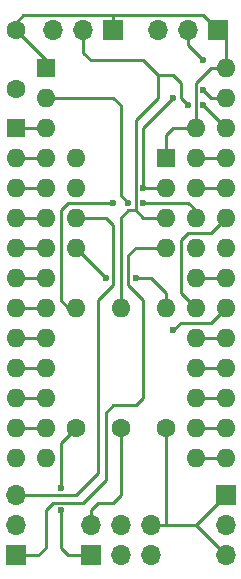
<source format=gtl>
G04 #@! TF.FileFunction,Copper,L1,Top,Signal*
%FSLAX46Y46*%
G04 Gerber Fmt 4.6, Leading zero omitted, Abs format (unit mm)*
G04 Created by KiCad (PCBNEW 4.0.7) date 06/17/19 21:45:38*
%MOMM*%
%LPD*%
G01*
G04 APERTURE LIST*
%ADD10C,0.100000*%
%ADD11R,1.700000X1.700000*%
%ADD12O,1.700000X1.700000*%
%ADD13C,1.600000*%
%ADD14O,1.600000X1.600000*%
%ADD15R,1.600000X1.600000*%
%ADD16C,0.600000*%
%ADD17C,0.250000*%
G04 APERTURE END LIST*
D10*
D11*
X78105000Y-65405000D03*
D12*
X75565000Y-65405000D03*
X73025000Y-65405000D03*
D11*
X86995000Y-65405000D03*
D12*
X84455000Y-65405000D03*
X81915000Y-65405000D03*
D13*
X74930000Y-99060000D03*
D14*
X74930000Y-88900000D03*
D13*
X78740000Y-99060000D03*
D14*
X78740000Y-88900000D03*
D13*
X69850000Y-65405000D03*
X69850000Y-70405000D03*
D11*
X76200000Y-109855000D03*
D12*
X76200000Y-107315000D03*
X78740000Y-109855000D03*
X78740000Y-107315000D03*
X81280000Y-109855000D03*
X81280000Y-107315000D03*
D13*
X82550000Y-99060000D03*
D14*
X82550000Y-88900000D03*
D15*
X82550000Y-76200000D03*
D14*
X74930000Y-83820000D03*
X82550000Y-78740000D03*
X74930000Y-81280000D03*
X82550000Y-81280000D03*
X74930000Y-78740000D03*
X82550000Y-83820000D03*
X74930000Y-76200000D03*
D15*
X69850000Y-73660000D03*
D14*
X85090000Y-101600000D03*
X69850000Y-76200000D03*
X85090000Y-99060000D03*
X69850000Y-78740000D03*
X85090000Y-96520000D03*
X69850000Y-81280000D03*
X85090000Y-93980000D03*
X69850000Y-83820000D03*
X85090000Y-91440000D03*
X69850000Y-86360000D03*
X85090000Y-88900000D03*
X69850000Y-88900000D03*
X85090000Y-86360000D03*
X69850000Y-91440000D03*
X85090000Y-83820000D03*
X69850000Y-93980000D03*
X85090000Y-81280000D03*
X69850000Y-96520000D03*
X85090000Y-78740000D03*
X69850000Y-99060000D03*
X85090000Y-76200000D03*
X69850000Y-101600000D03*
X85090000Y-73660000D03*
D15*
X72390000Y-68580000D03*
D14*
X87630000Y-101600000D03*
X72390000Y-71120000D03*
X87630000Y-99060000D03*
X72390000Y-73660000D03*
X87630000Y-96520000D03*
X72390000Y-76200000D03*
X87630000Y-93980000D03*
X72390000Y-78740000D03*
X87630000Y-91440000D03*
X72390000Y-81280000D03*
X87630000Y-88900000D03*
X72390000Y-83820000D03*
X87630000Y-86360000D03*
X72390000Y-86360000D03*
X87630000Y-83820000D03*
X72390000Y-88900000D03*
X87630000Y-81280000D03*
X72390000Y-91440000D03*
X87630000Y-78740000D03*
X72390000Y-93980000D03*
X87630000Y-76200000D03*
X72390000Y-96520000D03*
X87630000Y-73660000D03*
X72390000Y-99060000D03*
X87630000Y-71120000D03*
X72390000Y-101600000D03*
X87630000Y-68580000D03*
D11*
X87630000Y-104775000D03*
D12*
X87630000Y-107315000D03*
X87630000Y-109855000D03*
D11*
X69850000Y-109855000D03*
D12*
X69850000Y-107315000D03*
X69850000Y-104775000D03*
D16*
X83185000Y-90805000D03*
X85725000Y-71755000D03*
X84455000Y-71755000D03*
X83185000Y-71120000D03*
X80645000Y-78740000D03*
X78105000Y-80010000D03*
X85725000Y-67945000D03*
X85725000Y-70485000D03*
X79375000Y-80010000D03*
X80645000Y-80010000D03*
X73660000Y-106045000D03*
X73660000Y-104140000D03*
X77470000Y-86360000D03*
X80010000Y-86360000D03*
D17*
X87630000Y-88900000D02*
X86360000Y-90170000D01*
X86360000Y-90170000D02*
X83820000Y-90170000D01*
X83820000Y-90170000D02*
X83185000Y-90805000D01*
X78105000Y-65405000D02*
X78105000Y-64135000D01*
X85090000Y-69850000D02*
X86360000Y-68580000D01*
X80645000Y-64135000D02*
X85725000Y-64135000D01*
X85725000Y-64135000D02*
X86995000Y-65405000D01*
X78105000Y-64135000D02*
X80645000Y-64135000D01*
X77470000Y-64135000D02*
X78105000Y-64135000D01*
X69850000Y-64770000D02*
X70485000Y-64135000D01*
X77470000Y-64135000D02*
X70485000Y-64135000D01*
X87630000Y-68580000D02*
X87630000Y-66040000D01*
X87630000Y-66040000D02*
X86995000Y-65405000D01*
X78105000Y-65405000D02*
X78105000Y-64770000D01*
X72390000Y-68580000D02*
X72390000Y-67945000D01*
X72390000Y-67945000D02*
X69850000Y-65405000D01*
X69850000Y-64770000D02*
X69850000Y-65405000D01*
X82550000Y-76200000D02*
X82550000Y-74295000D01*
X83185000Y-73660000D02*
X85090000Y-73660000D01*
X82550000Y-74295000D02*
X83185000Y-73660000D01*
X85090000Y-71120000D02*
X85090000Y-69850000D01*
X85090000Y-73660000D02*
X85090000Y-71120000D01*
X86360000Y-68580000D02*
X87630000Y-68580000D01*
X78740000Y-84455000D02*
X78740000Y-83185000D01*
X78740000Y-88900000D02*
X78740000Y-84455000D01*
X78740000Y-81280000D02*
X79375000Y-80645000D01*
X79375000Y-80645000D02*
X80010000Y-80645000D01*
X78740000Y-83185000D02*
X78740000Y-81280000D01*
X83185000Y-69215000D02*
X82550000Y-69215000D01*
X86360000Y-72390000D02*
X85725000Y-71755000D01*
X84455000Y-71755000D02*
X83820000Y-71120000D01*
X83820000Y-71120000D02*
X83820000Y-70485000D01*
X81915000Y-69215000D02*
X82550000Y-69215000D01*
X86360000Y-72390000D02*
X87630000Y-73660000D01*
X83185000Y-69215000D02*
X83820000Y-69850000D01*
X83820000Y-69850000D02*
X83820000Y-70485000D01*
X82550000Y-81280000D02*
X80645000Y-81280000D01*
X81915000Y-71120000D02*
X81915000Y-69215000D01*
X80010000Y-80645000D02*
X80010000Y-73025000D01*
X80010000Y-73025000D02*
X81915000Y-71120000D01*
X80645000Y-81280000D02*
X80010000Y-80645000D01*
X75565000Y-67310000D02*
X75565000Y-65405000D01*
X76200000Y-67945000D02*
X75565000Y-67310000D01*
X80645000Y-67945000D02*
X76200000Y-67945000D01*
X81915000Y-69215000D02*
X80645000Y-67945000D01*
X80645000Y-73660000D02*
X83185000Y-71120000D01*
X80645000Y-78105000D02*
X80645000Y-73660000D01*
X80645000Y-78740000D02*
X80645000Y-78105000D01*
X80645000Y-78740000D02*
X81280000Y-78740000D01*
X81280000Y-78740000D02*
X82550000Y-78740000D01*
X74295000Y-80010000D02*
X78105000Y-80010000D01*
X73660000Y-80645000D02*
X74295000Y-80010000D01*
X73660000Y-88265000D02*
X73660000Y-80645000D01*
X73660000Y-88265000D02*
X74295000Y-88900000D01*
X74930000Y-88900000D02*
X74295000Y-88900000D01*
X84455000Y-66675000D02*
X85725000Y-67945000D01*
X84455000Y-65405000D02*
X84455000Y-66675000D01*
X85725000Y-70485000D02*
X86360000Y-71120000D01*
X86360000Y-71120000D02*
X87630000Y-71120000D01*
X69850000Y-73660000D02*
X72390000Y-73660000D01*
X85090000Y-101600000D02*
X87630000Y-101600000D01*
X69850000Y-76200000D02*
X72390000Y-76200000D01*
X85090000Y-99060000D02*
X87630000Y-99060000D01*
X69850000Y-78740000D02*
X72390000Y-78740000D01*
X85090000Y-96520000D02*
X87630000Y-96520000D01*
X69850000Y-81280000D02*
X72390000Y-81280000D01*
X85090000Y-93980000D02*
X87630000Y-93980000D01*
X69850000Y-83820000D02*
X72390000Y-83820000D01*
X85090000Y-91440000D02*
X87630000Y-91440000D01*
X72390000Y-86360000D02*
X69850000Y-86360000D01*
X85090000Y-88900000D02*
X83820000Y-87630000D01*
X86360000Y-82550000D02*
X87630000Y-81280000D01*
X84455000Y-82550000D02*
X86360000Y-82550000D01*
X83820000Y-83185000D02*
X84455000Y-82550000D01*
X83820000Y-87630000D02*
X83820000Y-83185000D01*
X69850000Y-88900000D02*
X72390000Y-88900000D01*
X87630000Y-86360000D02*
X85090000Y-86360000D01*
X69850000Y-91440000D02*
X72390000Y-91440000D01*
X69850000Y-93980000D02*
X72390000Y-93980000D01*
X78740000Y-78105000D02*
X78740000Y-79375000D01*
X72390000Y-71120000D02*
X78105000Y-71120000D01*
X78740000Y-71755000D02*
X78105000Y-71120000D01*
X78740000Y-78105000D02*
X78740000Y-71755000D01*
X84455000Y-80010000D02*
X80645000Y-80010000D01*
X84455000Y-80010000D02*
X85090000Y-80645000D01*
X78740000Y-79375000D02*
X79375000Y-80010000D01*
X85090000Y-81280000D02*
X85090000Y-80645000D01*
X69850000Y-96520000D02*
X72390000Y-96520000D01*
X85090000Y-78740000D02*
X87630000Y-78740000D01*
X69850000Y-99060000D02*
X72390000Y-99060000D01*
X85090000Y-76200000D02*
X87630000Y-76200000D01*
X76200000Y-104775000D02*
X75565000Y-105410000D01*
X73025000Y-105410000D02*
X72390000Y-106045000D01*
X75565000Y-105410000D02*
X73025000Y-105410000D01*
X72390000Y-109220000D02*
X71755000Y-109855000D01*
X72390000Y-106045000D02*
X72390000Y-109220000D01*
X80010000Y-83820000D02*
X79375000Y-84455000D01*
X80010000Y-83820000D02*
X82550000Y-83820000D01*
X79375000Y-84455000D02*
X79375000Y-86995000D01*
X79375000Y-86995000D02*
X80010000Y-87630000D01*
X80010000Y-87630000D02*
X80645000Y-88265000D01*
X78105000Y-97155000D02*
X77470000Y-97790000D01*
X80010000Y-97155000D02*
X78105000Y-97155000D01*
X80645000Y-96520000D02*
X80010000Y-97155000D01*
X80645000Y-88265000D02*
X80645000Y-96520000D01*
X69850000Y-109855000D02*
X71755000Y-109855000D01*
X77470000Y-103505000D02*
X77470000Y-97790000D01*
X76200000Y-104775000D02*
X77470000Y-103505000D01*
X69850000Y-104775000D02*
X72390000Y-104775000D01*
X76200000Y-81280000D02*
X74930000Y-81280000D01*
X75565000Y-104140000D02*
X76835000Y-102870000D01*
X76835000Y-102870000D02*
X76835000Y-96520000D01*
X76835000Y-96520000D02*
X76835000Y-88265000D01*
X78105000Y-86995000D02*
X78105000Y-81915000D01*
X78105000Y-81915000D02*
X77470000Y-81280000D01*
X77470000Y-81280000D02*
X76200000Y-81280000D01*
X76835000Y-88265000D02*
X78105000Y-86995000D01*
X74930000Y-104775000D02*
X72390000Y-104775000D01*
X75565000Y-104140000D02*
X74930000Y-104775000D01*
X74930000Y-99060000D02*
X73660000Y-100330000D01*
X74295000Y-109855000D02*
X76200000Y-109855000D01*
X73660000Y-109220000D02*
X74295000Y-109855000D01*
X73660000Y-106045000D02*
X73660000Y-109220000D01*
X73660000Y-100330000D02*
X73660000Y-104140000D01*
X78740000Y-99060000D02*
X78740000Y-104775000D01*
X76200000Y-106045000D02*
X76200000Y-107315000D01*
X76835000Y-105410000D02*
X76200000Y-106045000D01*
X78105000Y-105410000D02*
X76835000Y-105410000D01*
X78740000Y-104775000D02*
X78105000Y-105410000D01*
X87630000Y-109855000D02*
X85090000Y-107315000D01*
X82550000Y-99060000D02*
X82550000Y-107315000D01*
X81280000Y-107315000D02*
X82550000Y-107315000D01*
X82550000Y-107315000D02*
X85090000Y-107315000D01*
X85090000Y-107315000D02*
X87630000Y-104775000D01*
X81915000Y-86995000D02*
X81280000Y-86360000D01*
X82550000Y-87630000D02*
X81915000Y-86995000D01*
X82550000Y-88900000D02*
X82550000Y-87630000D01*
X77470000Y-86360000D02*
X74930000Y-83820000D01*
X81280000Y-86360000D02*
X80010000Y-86360000D01*
M02*

</source>
